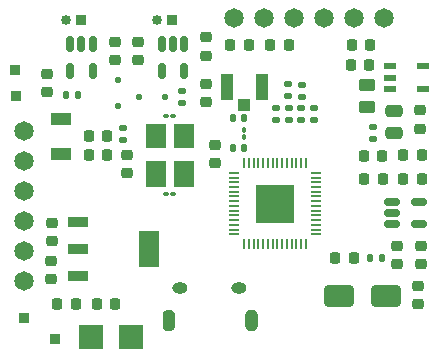
<source format=gbr>
%TF.GenerationSoftware,KiCad,Pcbnew,9.0.0*%
%TF.CreationDate,2025-05-02T09:45:38-07:00*%
%TF.ProjectId,OuterBoard_4.1,4f757465-7242-46f6-9172-645f342e312e,rev?*%
%TF.SameCoordinates,Original*%
%TF.FileFunction,Soldermask,Bot*%
%TF.FilePolarity,Negative*%
%FSLAX46Y46*%
G04 Gerber Fmt 4.6, Leading zero omitted, Abs format (unit mm)*
G04 Created by KiCad (PCBNEW 9.0.0) date 2025-05-02 09:45:38*
%MOMM*%
%LPD*%
G01*
G04 APERTURE LIST*
G04 Aperture macros list*
%AMRoundRect*
0 Rectangle with rounded corners*
0 $1 Rounding radius*
0 $2 $3 $4 $5 $6 $7 $8 $9 X,Y pos of 4 corners*
0 Add a 4 corners polygon primitive as box body*
4,1,4,$2,$3,$4,$5,$6,$7,$8,$9,$2,$3,0*
0 Add four circle primitives for the rounded corners*
1,1,$1+$1,$2,$3*
1,1,$1+$1,$4,$5*
1,1,$1+$1,$6,$7*
1,1,$1+$1,$8,$9*
0 Add four rect primitives between the rounded corners*
20,1,$1+$1,$2,$3,$4,$5,0*
20,1,$1+$1,$4,$5,$6,$7,0*
20,1,$1+$1,$6,$7,$8,$9,0*
20,1,$1+$1,$8,$9,$2,$3,0*%
G04 Aperture macros list end*
%ADD10C,0.010000*%
%ADD11C,1.650000*%
%ADD12R,0.850000X0.850000*%
%ADD13R,2.000000X2.000000*%
%ADD14C,0.850000*%
%ADD15O,1.300000X0.950000*%
%ADD16RoundRect,0.225000X-0.225000X-0.250000X0.225000X-0.250000X0.225000X0.250000X-0.225000X0.250000X0*%
%ADD17RoundRect,0.225000X0.225000X0.250000X-0.225000X0.250000X-0.225000X-0.250000X0.225000X-0.250000X0*%
%ADD18RoundRect,0.100000X0.130000X0.100000X-0.130000X0.100000X-0.130000X-0.100000X0.130000X-0.100000X0*%
%ADD19RoundRect,0.225000X-0.250000X0.225000X-0.250000X-0.225000X0.250000X-0.225000X0.250000X0.225000X0*%
%ADD20RoundRect,0.225000X0.250000X-0.225000X0.250000X0.225000X-0.250000X0.225000X-0.250000X-0.225000X0*%
%ADD21R,1.050000X2.200000*%
%ADD22R,1.050000X1.000000*%
%ADD23R,1.803400X1.117600*%
%ADD24RoundRect,0.250000X-0.475000X0.250000X-0.475000X-0.250000X0.475000X-0.250000X0.475000X0.250000X0*%
%ADD25RoundRect,0.150000X-0.150000X0.512500X-0.150000X-0.512500X0.150000X-0.512500X0.150000X0.512500X0*%
%ADD26RoundRect,0.100000X-0.130000X-0.100000X0.130000X-0.100000X0.130000X0.100000X-0.130000X0.100000X0*%
%ADD27RoundRect,0.135000X0.185000X-0.135000X0.185000X0.135000X-0.185000X0.135000X-0.185000X-0.135000X0*%
%ADD28R,1.000000X0.599999*%
%ADD29RoundRect,0.250000X-1.000000X-0.650000X1.000000X-0.650000X1.000000X0.650000X-1.000000X0.650000X0*%
%ADD30RoundRect,0.218750X-0.218750X-0.256250X0.218750X-0.256250X0.218750X0.256250X-0.218750X0.256250X0*%
%ADD31R,1.761200X0.850800*%
%ADD32R,1.761200X3.150799*%
%ADD33RoundRect,0.125000X-0.125000X-0.125000X0.125000X-0.125000X0.125000X0.125000X-0.125000X0.125000X0*%
%ADD34RoundRect,0.135000X-0.185000X0.135000X-0.185000X-0.135000X0.185000X-0.135000X0.185000X0.135000X0*%
%ADD35RoundRect,0.140000X0.170000X-0.140000X0.170000X0.140000X-0.170000X0.140000X-0.170000X-0.140000X0*%
%ADD36RoundRect,0.250000X-0.450000X0.262500X-0.450000X-0.262500X0.450000X-0.262500X0.450000X0.262500X0*%
%ADD37RoundRect,0.125000X0.125000X-0.125000X0.125000X0.125000X-0.125000X0.125000X-0.125000X-0.125000X0*%
%ADD38RoundRect,0.100000X0.100000X-0.130000X0.100000X0.130000X-0.100000X0.130000X-0.100000X-0.130000X0*%
%ADD39RoundRect,0.135000X-0.135000X-0.185000X0.135000X-0.185000X0.135000X0.185000X-0.135000X0.185000X0*%
%ADD40R,1.682000X2.294000*%
%ADD41R,1.682000X2.040000*%
%ADD42RoundRect,0.140000X0.140000X0.170000X-0.140000X0.170000X-0.140000X-0.170000X0.140000X-0.170000X0*%
%ADD43RoundRect,0.150000X-0.512500X-0.150000X0.512500X-0.150000X0.512500X0.150000X-0.512500X0.150000X0*%
%ADD44RoundRect,0.050000X-0.050000X0.387500X-0.050000X-0.387500X0.050000X-0.387500X0.050000X0.387500X0*%
%ADD45RoundRect,0.050000X-0.387500X0.050000X-0.387500X-0.050000X0.387500X-0.050000X0.387500X0.050000X0*%
%ADD46R,3.200000X3.200000*%
G04 APERTURE END LIST*
D10*
%TO.C,J6*%
X131176000Y-102266000D02*
X131201000Y-102268000D01*
X131226000Y-102271000D01*
X131251000Y-102276000D01*
X131276000Y-102282000D01*
X131301000Y-102289000D01*
X131325000Y-102297000D01*
X131348000Y-102307000D01*
X131371000Y-102318000D01*
X131394000Y-102330000D01*
X131416000Y-102344000D01*
X131437000Y-102358000D01*
X131457000Y-102374000D01*
X131476000Y-102390000D01*
X131495000Y-102408000D01*
X131512000Y-102426000D01*
X131529000Y-102446000D01*
X131544000Y-102466000D01*
X131559000Y-102487000D01*
X131572000Y-102509000D01*
X131584000Y-102531000D01*
X131595000Y-102554000D01*
X131605000Y-102578000D01*
X131614000Y-102602000D01*
X131621000Y-102626000D01*
X131627000Y-102651000D01*
X131631000Y-102676000D01*
X131635000Y-102702000D01*
X131637000Y-102727000D01*
X131637000Y-102752000D01*
X131637500Y-102752500D01*
X131637000Y-103528000D01*
X131637000Y-103553000D01*
X131635000Y-103578000D01*
X131631000Y-103604000D01*
X131627000Y-103629000D01*
X131621000Y-103654000D01*
X131614000Y-103678000D01*
X131605000Y-103702000D01*
X131595000Y-103726000D01*
X131584000Y-103749000D01*
X131572000Y-103771000D01*
X131559000Y-103793000D01*
X131544000Y-103814000D01*
X131529000Y-103834000D01*
X131512000Y-103854000D01*
X131495000Y-103872000D01*
X131476000Y-103890000D01*
X131457000Y-103906000D01*
X131437000Y-103922000D01*
X131416000Y-103936000D01*
X131394000Y-103950000D01*
X131371000Y-103962000D01*
X131348000Y-103973000D01*
X131325000Y-103983000D01*
X131301000Y-103991000D01*
X131276000Y-103998000D01*
X131251000Y-104004000D01*
X131226000Y-104009000D01*
X131201000Y-104012000D01*
X131176000Y-104014000D01*
X131150000Y-104015000D01*
X131124000Y-104014000D01*
X131099000Y-104012000D01*
X131074000Y-104009000D01*
X131049000Y-104004000D01*
X131024000Y-103998000D01*
X130999000Y-103991000D01*
X130975000Y-103983000D01*
X130952000Y-103973000D01*
X130929000Y-103962000D01*
X130906000Y-103950000D01*
X130884000Y-103936000D01*
X130863000Y-103922000D01*
X130843000Y-103906000D01*
X130824000Y-103890000D01*
X130805000Y-103872000D01*
X130788000Y-103854000D01*
X130771000Y-103834000D01*
X130756000Y-103814000D01*
X130741000Y-103793000D01*
X130728000Y-103771000D01*
X130716000Y-103749000D01*
X130705000Y-103726000D01*
X130695000Y-103702000D01*
X130686000Y-103678000D01*
X130679000Y-103654000D01*
X130673000Y-103629000D01*
X130669000Y-103604000D01*
X130665000Y-103578000D01*
X130663000Y-103553000D01*
X130663000Y-103528000D01*
X130663000Y-102752000D01*
X130663000Y-102727000D01*
X130665000Y-102702000D01*
X130669000Y-102676000D01*
X130673000Y-102651000D01*
X130679000Y-102626000D01*
X130686000Y-102602000D01*
X130695000Y-102578000D01*
X130705000Y-102554000D01*
X130716000Y-102531000D01*
X130728000Y-102509000D01*
X130741000Y-102487000D01*
X130756000Y-102466000D01*
X130771000Y-102446000D01*
X130788000Y-102426000D01*
X130805000Y-102408000D01*
X130824000Y-102390000D01*
X130843000Y-102374000D01*
X130863000Y-102358000D01*
X130884000Y-102344000D01*
X130906000Y-102330000D01*
X130929000Y-102318000D01*
X130952000Y-102307000D01*
X130975000Y-102297000D01*
X130999000Y-102289000D01*
X131024000Y-102282000D01*
X131049000Y-102276000D01*
X131074000Y-102271000D01*
X131099000Y-102268000D01*
X131124000Y-102266000D01*
X131150000Y-102265000D01*
X131176000Y-102266000D01*
G36*
X131176000Y-102266000D02*
G01*
X131201000Y-102268000D01*
X131226000Y-102271000D01*
X131251000Y-102276000D01*
X131276000Y-102282000D01*
X131301000Y-102289000D01*
X131325000Y-102297000D01*
X131348000Y-102307000D01*
X131371000Y-102318000D01*
X131394000Y-102330000D01*
X131416000Y-102344000D01*
X131437000Y-102358000D01*
X131457000Y-102374000D01*
X131476000Y-102390000D01*
X131495000Y-102408000D01*
X131512000Y-102426000D01*
X131529000Y-102446000D01*
X131544000Y-102466000D01*
X131559000Y-102487000D01*
X131572000Y-102509000D01*
X131584000Y-102531000D01*
X131595000Y-102554000D01*
X131605000Y-102578000D01*
X131614000Y-102602000D01*
X131621000Y-102626000D01*
X131627000Y-102651000D01*
X131631000Y-102676000D01*
X131635000Y-102702000D01*
X131637000Y-102727000D01*
X131637000Y-102752000D01*
X131637500Y-102752500D01*
X131637000Y-103528000D01*
X131637000Y-103553000D01*
X131635000Y-103578000D01*
X131631000Y-103604000D01*
X131627000Y-103629000D01*
X131621000Y-103654000D01*
X131614000Y-103678000D01*
X131605000Y-103702000D01*
X131595000Y-103726000D01*
X131584000Y-103749000D01*
X131572000Y-103771000D01*
X131559000Y-103793000D01*
X131544000Y-103814000D01*
X131529000Y-103834000D01*
X131512000Y-103854000D01*
X131495000Y-103872000D01*
X131476000Y-103890000D01*
X131457000Y-103906000D01*
X131437000Y-103922000D01*
X131416000Y-103936000D01*
X131394000Y-103950000D01*
X131371000Y-103962000D01*
X131348000Y-103973000D01*
X131325000Y-103983000D01*
X131301000Y-103991000D01*
X131276000Y-103998000D01*
X131251000Y-104004000D01*
X131226000Y-104009000D01*
X131201000Y-104012000D01*
X131176000Y-104014000D01*
X131150000Y-104015000D01*
X131124000Y-104014000D01*
X131099000Y-104012000D01*
X131074000Y-104009000D01*
X131049000Y-104004000D01*
X131024000Y-103998000D01*
X130999000Y-103991000D01*
X130975000Y-103983000D01*
X130952000Y-103973000D01*
X130929000Y-103962000D01*
X130906000Y-103950000D01*
X130884000Y-103936000D01*
X130863000Y-103922000D01*
X130843000Y-103906000D01*
X130824000Y-103890000D01*
X130805000Y-103872000D01*
X130788000Y-103854000D01*
X130771000Y-103834000D01*
X130756000Y-103814000D01*
X130741000Y-103793000D01*
X130728000Y-103771000D01*
X130716000Y-103749000D01*
X130705000Y-103726000D01*
X130695000Y-103702000D01*
X130686000Y-103678000D01*
X130679000Y-103654000D01*
X130673000Y-103629000D01*
X130669000Y-103604000D01*
X130665000Y-103578000D01*
X130663000Y-103553000D01*
X130663000Y-103528000D01*
X130663000Y-102752000D01*
X130663000Y-102727000D01*
X130665000Y-102702000D01*
X130669000Y-102676000D01*
X130673000Y-102651000D01*
X130679000Y-102626000D01*
X130686000Y-102602000D01*
X130695000Y-102578000D01*
X130705000Y-102554000D01*
X130716000Y-102531000D01*
X130728000Y-102509000D01*
X130741000Y-102487000D01*
X130756000Y-102466000D01*
X130771000Y-102446000D01*
X130788000Y-102426000D01*
X130805000Y-102408000D01*
X130824000Y-102390000D01*
X130843000Y-102374000D01*
X130863000Y-102358000D01*
X130884000Y-102344000D01*
X130906000Y-102330000D01*
X130929000Y-102318000D01*
X130952000Y-102307000D01*
X130975000Y-102297000D01*
X130999000Y-102289000D01*
X131024000Y-102282000D01*
X131049000Y-102276000D01*
X131074000Y-102271000D01*
X131099000Y-102268000D01*
X131124000Y-102266000D01*
X131150000Y-102265000D01*
X131176000Y-102266000D01*
G37*
X138176000Y-102266000D02*
X138201000Y-102268000D01*
X138226000Y-102271000D01*
X138251000Y-102276000D01*
X138276000Y-102282000D01*
X138301000Y-102289000D01*
X138325000Y-102297000D01*
X138348000Y-102307000D01*
X138371000Y-102318000D01*
X138394000Y-102330000D01*
X138416000Y-102344000D01*
X138437000Y-102358000D01*
X138457000Y-102374000D01*
X138476000Y-102390000D01*
X138495000Y-102408000D01*
X138512000Y-102426000D01*
X138529000Y-102446000D01*
X138544000Y-102466000D01*
X138559000Y-102487000D01*
X138572000Y-102509000D01*
X138584000Y-102531000D01*
X138595000Y-102554000D01*
X138605000Y-102578000D01*
X138614000Y-102602000D01*
X138621000Y-102626000D01*
X138627000Y-102651000D01*
X138631000Y-102676000D01*
X138635000Y-102702000D01*
X138637000Y-102727000D01*
X138637000Y-102752000D01*
X138637500Y-102752500D01*
X138637000Y-103528000D01*
X138637000Y-103553000D01*
X138635000Y-103578000D01*
X138631000Y-103604000D01*
X138627000Y-103629000D01*
X138621000Y-103654000D01*
X138614000Y-103678000D01*
X138605000Y-103702000D01*
X138595000Y-103726000D01*
X138584000Y-103749000D01*
X138572000Y-103771000D01*
X138559000Y-103793000D01*
X138544000Y-103814000D01*
X138529000Y-103834000D01*
X138512000Y-103854000D01*
X138495000Y-103872000D01*
X138476000Y-103890000D01*
X138457000Y-103906000D01*
X138437000Y-103922000D01*
X138416000Y-103936000D01*
X138394000Y-103950000D01*
X138371000Y-103962000D01*
X138348000Y-103973000D01*
X138325000Y-103983000D01*
X138301000Y-103991000D01*
X138276000Y-103998000D01*
X138251000Y-104004000D01*
X138226000Y-104009000D01*
X138201000Y-104012000D01*
X138176000Y-104014000D01*
X138150000Y-104015000D01*
X138124000Y-104014000D01*
X138099000Y-104012000D01*
X138074000Y-104009000D01*
X138049000Y-104004000D01*
X138024000Y-103998000D01*
X137999000Y-103991000D01*
X137975000Y-103983000D01*
X137952000Y-103973000D01*
X137929000Y-103962000D01*
X137906000Y-103950000D01*
X137884000Y-103936000D01*
X137863000Y-103922000D01*
X137843000Y-103906000D01*
X137824000Y-103890000D01*
X137805000Y-103872000D01*
X137788000Y-103854000D01*
X137771000Y-103834000D01*
X137756000Y-103814000D01*
X137741000Y-103793000D01*
X137728000Y-103771000D01*
X137716000Y-103749000D01*
X137705000Y-103726000D01*
X137695000Y-103702000D01*
X137686000Y-103678000D01*
X137679000Y-103654000D01*
X137673000Y-103629000D01*
X137669000Y-103604000D01*
X137665000Y-103578000D01*
X137663000Y-103553000D01*
X137663000Y-103528000D01*
X137663000Y-102752000D01*
X137663000Y-102727000D01*
X137665000Y-102702000D01*
X137669000Y-102676000D01*
X137673000Y-102651000D01*
X137679000Y-102626000D01*
X137686000Y-102602000D01*
X137695000Y-102578000D01*
X137705000Y-102554000D01*
X137716000Y-102531000D01*
X137728000Y-102509000D01*
X137741000Y-102487000D01*
X137756000Y-102466000D01*
X137771000Y-102446000D01*
X137788000Y-102426000D01*
X137805000Y-102408000D01*
X137824000Y-102390000D01*
X137843000Y-102374000D01*
X137863000Y-102358000D01*
X137884000Y-102344000D01*
X137906000Y-102330000D01*
X137929000Y-102318000D01*
X137952000Y-102307000D01*
X137975000Y-102297000D01*
X137999000Y-102289000D01*
X138024000Y-102282000D01*
X138049000Y-102276000D01*
X138074000Y-102271000D01*
X138099000Y-102268000D01*
X138124000Y-102266000D01*
X138150000Y-102265000D01*
X138176000Y-102266000D01*
G36*
X138176000Y-102266000D02*
G01*
X138201000Y-102268000D01*
X138226000Y-102271000D01*
X138251000Y-102276000D01*
X138276000Y-102282000D01*
X138301000Y-102289000D01*
X138325000Y-102297000D01*
X138348000Y-102307000D01*
X138371000Y-102318000D01*
X138394000Y-102330000D01*
X138416000Y-102344000D01*
X138437000Y-102358000D01*
X138457000Y-102374000D01*
X138476000Y-102390000D01*
X138495000Y-102408000D01*
X138512000Y-102426000D01*
X138529000Y-102446000D01*
X138544000Y-102466000D01*
X138559000Y-102487000D01*
X138572000Y-102509000D01*
X138584000Y-102531000D01*
X138595000Y-102554000D01*
X138605000Y-102578000D01*
X138614000Y-102602000D01*
X138621000Y-102626000D01*
X138627000Y-102651000D01*
X138631000Y-102676000D01*
X138635000Y-102702000D01*
X138637000Y-102727000D01*
X138637000Y-102752000D01*
X138637500Y-102752500D01*
X138637000Y-103528000D01*
X138637000Y-103553000D01*
X138635000Y-103578000D01*
X138631000Y-103604000D01*
X138627000Y-103629000D01*
X138621000Y-103654000D01*
X138614000Y-103678000D01*
X138605000Y-103702000D01*
X138595000Y-103726000D01*
X138584000Y-103749000D01*
X138572000Y-103771000D01*
X138559000Y-103793000D01*
X138544000Y-103814000D01*
X138529000Y-103834000D01*
X138512000Y-103854000D01*
X138495000Y-103872000D01*
X138476000Y-103890000D01*
X138457000Y-103906000D01*
X138437000Y-103922000D01*
X138416000Y-103936000D01*
X138394000Y-103950000D01*
X138371000Y-103962000D01*
X138348000Y-103973000D01*
X138325000Y-103983000D01*
X138301000Y-103991000D01*
X138276000Y-103998000D01*
X138251000Y-104004000D01*
X138226000Y-104009000D01*
X138201000Y-104012000D01*
X138176000Y-104014000D01*
X138150000Y-104015000D01*
X138124000Y-104014000D01*
X138099000Y-104012000D01*
X138074000Y-104009000D01*
X138049000Y-104004000D01*
X138024000Y-103998000D01*
X137999000Y-103991000D01*
X137975000Y-103983000D01*
X137952000Y-103973000D01*
X137929000Y-103962000D01*
X137906000Y-103950000D01*
X137884000Y-103936000D01*
X137863000Y-103922000D01*
X137843000Y-103906000D01*
X137824000Y-103890000D01*
X137805000Y-103872000D01*
X137788000Y-103854000D01*
X137771000Y-103834000D01*
X137756000Y-103814000D01*
X137741000Y-103793000D01*
X137728000Y-103771000D01*
X137716000Y-103749000D01*
X137705000Y-103726000D01*
X137695000Y-103702000D01*
X137686000Y-103678000D01*
X137679000Y-103654000D01*
X137673000Y-103629000D01*
X137669000Y-103604000D01*
X137665000Y-103578000D01*
X137663000Y-103553000D01*
X137663000Y-103528000D01*
X137663000Y-102752000D01*
X137663000Y-102727000D01*
X137665000Y-102702000D01*
X137669000Y-102676000D01*
X137673000Y-102651000D01*
X137679000Y-102626000D01*
X137686000Y-102602000D01*
X137695000Y-102578000D01*
X137705000Y-102554000D01*
X137716000Y-102531000D01*
X137728000Y-102509000D01*
X137741000Y-102487000D01*
X137756000Y-102466000D01*
X137771000Y-102446000D01*
X137788000Y-102426000D01*
X137805000Y-102408000D01*
X137824000Y-102390000D01*
X137843000Y-102374000D01*
X137863000Y-102358000D01*
X137884000Y-102344000D01*
X137906000Y-102330000D01*
X137929000Y-102318000D01*
X137952000Y-102307000D01*
X137975000Y-102297000D01*
X137999000Y-102289000D01*
X138024000Y-102282000D01*
X138049000Y-102276000D01*
X138074000Y-102271000D01*
X138099000Y-102268000D01*
X138124000Y-102266000D01*
X138150000Y-102265000D01*
X138176000Y-102266000D01*
G37*
%TD*%
D11*
%TO.C,J2*%
X136710000Y-77550000D03*
X139250000Y-77550000D03*
X141790000Y-77550000D03*
X144330000Y-77550000D03*
X146870000Y-77550000D03*
X149410000Y-77550000D03*
%TD*%
D12*
%TO.C,TP3*%
X118220000Y-84170000D03*
%TD*%
%TO.C,TP5*%
X118210000Y-81930000D03*
%TD*%
D13*
%TO.C,TP1*%
X124620000Y-104540000D03*
%TD*%
D12*
%TO.C,TP6*%
X121560000Y-104750000D03*
%TD*%
%TO.C,J3*%
X123750000Y-77770000D03*
D14*
X122500000Y-77770000D03*
%TD*%
D12*
%TO.C,J4*%
X131440000Y-77740000D03*
D14*
X130190000Y-77740000D03*
%TD*%
D13*
%TO.C,TP2*%
X128030000Y-104540000D03*
%TD*%
D12*
%TO.C,TP4*%
X118900000Y-102930000D03*
%TD*%
D15*
%TO.C,J6*%
X132150000Y-100440000D03*
X137150000Y-100440000D03*
%TD*%
D11*
%TO.C,J1*%
X118940000Y-99830000D03*
X118940000Y-97290000D03*
X118940000Y-94750000D03*
X118940000Y-92210000D03*
X118940000Y-89670000D03*
X118940000Y-87130000D03*
%TD*%
D16*
%TO.C,C16*%
X121765000Y-101750000D03*
X123315000Y-101750000D03*
%TD*%
D17*
%TO.C,C27*%
X152600000Y-91200000D03*
X151050000Y-91200000D03*
%TD*%
D18*
%TO.C,C43*%
X131575000Y-85820000D03*
X130935000Y-85820000D03*
%TD*%
D19*
%TO.C,C7*%
X128550000Y-79560000D03*
X128550000Y-81110000D03*
%TD*%
D20*
%TO.C,C9*%
X152320000Y-101785000D03*
X152320000Y-100235000D03*
%TD*%
%TO.C,C40*%
X127640000Y-90720000D03*
X127640000Y-89170000D03*
%TD*%
D21*
%TO.C,ANT1*%
X139060600Y-83399800D03*
X136110600Y-83399800D03*
D22*
X137585600Y-84924800D03*
%TD*%
D20*
%TO.C,C39*%
X134340000Y-84655000D03*
X134340000Y-83105000D03*
%TD*%
D23*
%TO.C,F1*%
X122070000Y-86071400D03*
X122070000Y-89068600D03*
%TD*%
D19*
%TO.C,C24*%
X150550000Y-96860000D03*
X150550000Y-98410000D03*
%TD*%
D17*
%TO.C,C20*%
X148175000Y-81530000D03*
X146625000Y-81530000D03*
%TD*%
%TO.C,C21*%
X149295000Y-91190000D03*
X147745000Y-91190000D03*
%TD*%
D24*
%TO.C,FB1*%
X150260000Y-85400000D03*
X150260000Y-87300000D03*
%TD*%
D20*
%TO.C,C37*%
X135110000Y-89875000D03*
X135110000Y-88325000D03*
%TD*%
D25*
%TO.C,U3*%
X130590000Y-79762500D03*
X131540000Y-79762500D03*
X132490000Y-79762500D03*
X132490000Y-82037500D03*
X130590000Y-82037500D03*
%TD*%
D19*
%TO.C,C11*%
X121270000Y-94915000D03*
X121270000Y-96465000D03*
%TD*%
%TO.C,C8*%
X134350000Y-79195000D03*
X134350000Y-80745000D03*
%TD*%
D26*
%TO.C,C45*%
X130930000Y-92500000D03*
X131570000Y-92500000D03*
%TD*%
D27*
%TO.C,R3*%
X141340000Y-86200000D03*
X141340000Y-85180000D03*
%TD*%
D28*
%TO.C,U7*%
X149954999Y-83550001D03*
X149954999Y-82600000D03*
X149954999Y-81650002D03*
X152704999Y-81650002D03*
X152704999Y-83550001D03*
%TD*%
D29*
%TO.C,D7*%
X145600000Y-101130000D03*
X149600000Y-101130000D03*
%TD*%
D27*
%TO.C,R20*%
X143510000Y-86210000D03*
X143510000Y-85190000D03*
%TD*%
D30*
%TO.C,D9*%
X145265000Y-97910000D03*
X146840000Y-97910000D03*
%TD*%
D31*
%TO.C,U4*%
X123505000Y-99400000D03*
X123505000Y-97100000D03*
X123505000Y-94800000D03*
D32*
X129555000Y-97100000D03*
%TD*%
D19*
%TO.C,C4*%
X126660000Y-79575000D03*
X126660000Y-81125000D03*
%TD*%
%TO.C,C26*%
X152560000Y-96870000D03*
X152560000Y-98420000D03*
%TD*%
D33*
%TO.C,D11*%
X128682500Y-84210000D03*
X130882500Y-84210000D03*
%TD*%
D34*
%TO.C,R4*%
X132330000Y-83710000D03*
X132330000Y-84730000D03*
%TD*%
D27*
%TO.C,R5*%
X148470000Y-87790000D03*
X148470000Y-86770000D03*
%TD*%
D17*
%TO.C,C25*%
X152600000Y-89190000D03*
X151050000Y-89190000D03*
%TD*%
D35*
%TO.C,C41*%
X127350000Y-87860000D03*
X127350000Y-86900000D03*
%TD*%
D17*
%TO.C,C36*%
X125980000Y-89200000D03*
X124430000Y-89200000D03*
%TD*%
%TO.C,C18*%
X137945000Y-79840000D03*
X136395000Y-79840000D03*
%TD*%
D36*
%TO.C,R10*%
X148000000Y-83257500D03*
X148000000Y-85082500D03*
%TD*%
D17*
%TO.C,C22*%
X148220000Y-79820000D03*
X146670000Y-79820000D03*
%TD*%
D37*
%TO.C,D10*%
X126870000Y-84987500D03*
X126870000Y-82787500D03*
%TD*%
D38*
%TO.C,L1*%
X137585600Y-87644800D03*
X137585600Y-87004800D03*
%TD*%
D39*
%TO.C,R15*%
X148202500Y-97850000D03*
X149222500Y-97850000D03*
%TD*%
D40*
%TO.C,Y2*%
X130078000Y-90747000D03*
D41*
X130078000Y-87580000D03*
X132460000Y-87580000D03*
D40*
X132460000Y-90747000D03*
%TD*%
D27*
%TO.C,R2*%
X142410000Y-86210000D03*
X142410000Y-85190000D03*
%TD*%
D42*
%TO.C,C35*%
X137580000Y-88580000D03*
X136620000Y-88580000D03*
%TD*%
D43*
%TO.C,U5*%
X150122500Y-95040000D03*
X150122500Y-94090000D03*
X150122500Y-93140000D03*
X152397500Y-93140000D03*
X152397500Y-95040000D03*
%TD*%
D19*
%TO.C,C10*%
X121200000Y-98095000D03*
X121200000Y-99645000D03*
%TD*%
D39*
%TO.C,R1*%
X122510000Y-84050000D03*
X123530000Y-84050000D03*
%TD*%
D19*
%TO.C,C3*%
X120890000Y-82300000D03*
X120890000Y-83850000D03*
%TD*%
D17*
%TO.C,C19*%
X149280000Y-89220000D03*
X147730000Y-89220000D03*
%TD*%
D16*
%TO.C,C17*%
X139785000Y-79860000D03*
X141335000Y-79860000D03*
%TD*%
D27*
%TO.C,R19*%
X140230000Y-86200000D03*
X140230000Y-85180000D03*
%TD*%
D16*
%TO.C,C13*%
X125100000Y-101770000D03*
X126650000Y-101770000D03*
%TD*%
D25*
%TO.C,U1*%
X122840000Y-79772500D03*
X123790000Y-79772500D03*
X124740000Y-79772500D03*
X124740000Y-82047500D03*
X122840000Y-82047500D03*
%TD*%
D42*
%TO.C,C33*%
X137590000Y-86064800D03*
X136630000Y-86064800D03*
%TD*%
D34*
%TO.C,R12*%
X141320000Y-83170000D03*
X141320000Y-84190000D03*
%TD*%
D17*
%TO.C,C34*%
X125995000Y-87570000D03*
X124445000Y-87570000D03*
%TD*%
D34*
%TO.C,R11*%
X142440000Y-83190000D03*
X142440000Y-84210000D03*
%TD*%
D20*
%TO.C,C15*%
X152430000Y-86925000D03*
X152430000Y-85375000D03*
%TD*%
D44*
%TO.C,U9*%
X137580000Y-89832500D03*
X137980000Y-89832500D03*
X138380000Y-89832500D03*
X138780000Y-89832500D03*
X139180000Y-89832500D03*
X139580000Y-89832500D03*
X139980000Y-89832500D03*
X140380000Y-89832500D03*
X140780000Y-89832500D03*
X141180000Y-89832500D03*
X141580000Y-89832500D03*
X141980000Y-89832500D03*
X142380000Y-89832500D03*
X142780000Y-89832500D03*
D45*
X143617500Y-90670000D03*
X143617500Y-91070000D03*
X143617500Y-91470000D03*
X143617500Y-91870000D03*
X143617500Y-92270000D03*
X143617500Y-92670000D03*
X143617500Y-93070000D03*
X143617500Y-93470000D03*
X143617500Y-93870000D03*
X143617500Y-94270000D03*
X143617500Y-94670000D03*
X143617500Y-95070000D03*
X143617500Y-95470000D03*
X143617500Y-95870000D03*
D44*
X142780000Y-96707500D03*
X142380000Y-96707500D03*
X141980000Y-96707500D03*
X141580000Y-96707500D03*
X141180000Y-96707500D03*
X140780000Y-96707500D03*
X140380000Y-96707500D03*
X139980000Y-96707500D03*
X139580000Y-96707500D03*
X139180000Y-96707500D03*
X138780000Y-96707500D03*
X138380000Y-96707500D03*
X137980000Y-96707500D03*
X137580000Y-96707500D03*
D45*
X136742500Y-95870000D03*
X136742500Y-95470000D03*
X136742500Y-95070000D03*
X136742500Y-94670000D03*
X136742500Y-94270000D03*
X136742500Y-93870000D03*
X136742500Y-93470000D03*
X136742500Y-93070000D03*
X136742500Y-92670000D03*
X136742500Y-92270000D03*
X136742500Y-91870000D03*
X136742500Y-91470000D03*
X136742500Y-91070000D03*
X136742500Y-90670000D03*
D46*
X140180000Y-93270000D03*
%TD*%
M02*

</source>
